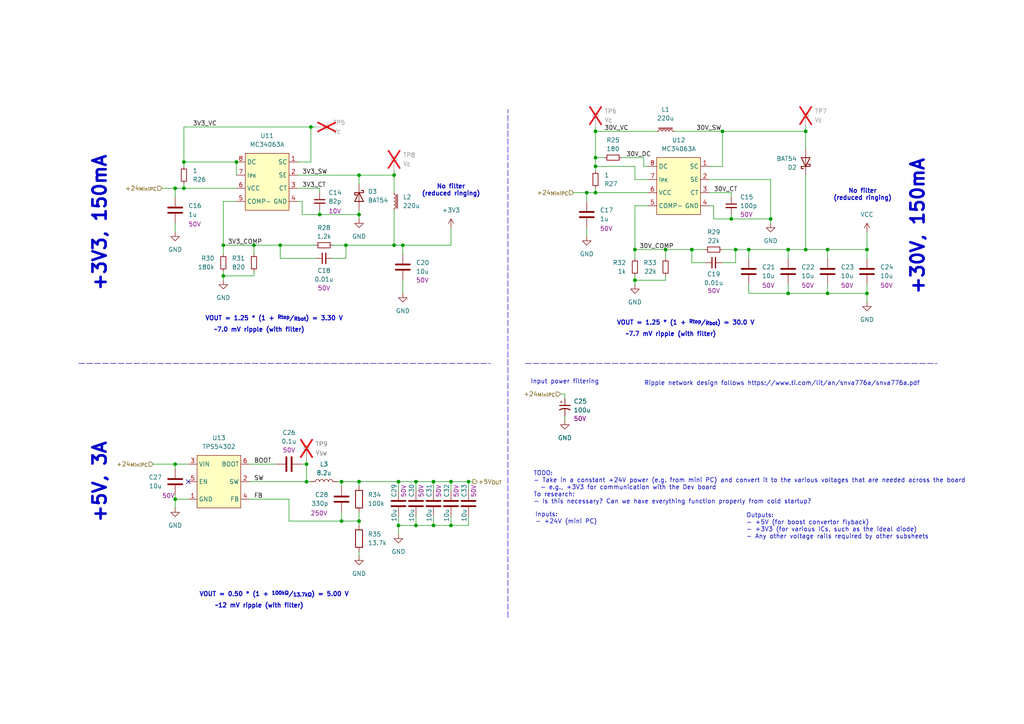
<source format=kicad_sch>
(kicad_sch (version 20250114) (generator "eeschema") (generator_version "9.0")
  (paper "A4")
  (title_block (title "Housekeeping Power Supplies") (date "2025-02-12") (rev "1") (company "UT Robomaster") (comment 1 "Robomaster"))
  (lib_symbols
    (symbol "! Robomaster ICs:MC34063A"
      (property "Reference" "U" (at 0 3.556 0))
      (property "Value" "MC34063A" (at 0 1.524 0))
      (symbol "MC34063A_1_1"
        (rectangle (start -6.35 0) (end 6.35 -16.51) (fill (type background)))
        (pin passive line (at -8.89 -2.54 0) (length 2.54) (name "DC") (number "8"))
        (pin input line (at -8.89 -6.35 0) (length 2.54) (name "I_{PK}") (number "7"))
        (pin power_in line (at -8.89 -10.16 0) (length 2.54) (name "VCC") (number "6"))
        (pin power_in line (at -8.89 -13.97 0) (length 2.54) (name "COMP-") (number "5"))
        (pin passive line (at 8.89 -2.54 180) (length 2.54) (name "SC") (number "1"))
        (pin passive line (at 8.89 -6.35 180) (length 2.54) (name "SE") (number "2"))
        (pin passive line (at 8.89 -10.16 180) (length 2.54) (name "CT") (number "3"))
        (pin power_in line (at 8.89 -13.97 180) (length 2.54) (name "GND") (number "4"))
      )
    )
    (symbol "! Robomaster ICs:TPS54302"
      (property "Reference" "U" (at 0 5.334 0))
      (property "Value" "TPS54302" (at 0 3.048 0))
      (symbol "TPS54302_1_1"
        (rectangle (start -6.35 -1.27) (end 6.35 -16.51) (fill (type background)))
        (pin power_in line (at -8.89 -3.81 0) (length 2.54) (name "VIN") (number "3"))
        (pin input line (at -8.89 -8.89 0) (length 2.54) (name "EN") (number "5"))
        (pin power_in line (at -8.89 -13.97 0) (length 2.54) (name "GND") (number "1"))
        (pin output line (at 8.89 -3.81 180) (length 2.54) (name "BOOT") (number "6"))
        (pin power_out line (at 8.89 -8.89 180) (length 2.54) (name "SW") (number "2"))
        (pin input line (at 8.89 -13.97 180) (length 2.54) (name "FB") (number "4"))
      )
    )
    (symbol "Connector:TestPoint" (pin_numbers (hide yes)) (pin_names (offset 0.762) (hide yes))
      (property "Reference" "TP" (at 0 6.858 0))
      (property "Value" "TestPoint" (at 0 5.08 0))
      (symbol "TestPoint_0_1"
        (circle (center 0 3.302) (radius 0.762))
      )
      (symbol "TestPoint_1_1"
        (pin passive line (at 0 0 90) (length 2.54) (name "1") (number "1"))
      )
    )
    (symbol "Device:C" (pin_numbers (hide yes)) (pin_names (offset 0.254))
      (property "Reference" "C" (at 0.635 2.54 0))
      (property "Value" "C" (at 0.635 -2.54 0))
      (symbol "C_0_1"
        (polyline (pts (xy -2.032 0.762) (xy 2.032 0.762)) (stroke (width 0.508)))
        (polyline (pts (xy -2.032 -0.762) (xy 2.032 -0.762)) (stroke (width 0.508)))
      )
      (symbol "C_1_1"
        (pin passive line (at 0 3.81 270) (length 2.794) (name "~") (number "1"))
        (pin passive line (at 0 -3.81 90) (length 2.794) (name "~") (number "2"))
      )
    )
    (symbol "Device:C_Polarized_Small_US" (pin_numbers (hide yes)) (pin_names (offset 0.254) (hide yes))
      (property "Reference" "C" (at 0.254 1.778 0))
      (property "Value" "C_Polarized_Small_US" (at 0.254 -2.032 0))
      (symbol "C_Polarized_Small_US_0_1"
        (polyline (pts (xy -1.524 0.508) (xy 1.524 0.508)) (stroke (width 0.3048)))
        (polyline (pts (xy -1.27 1.524) (xy -0.762 1.524)))
        (polyline (pts (xy -1.016 1.27) (xy -1.016 1.778)))
        (arc (start -1.524 -0.762) (mid 0 -0.3734) (end 1.524 -0.762) (stroke (width 0.3048)))
      )
      (symbol "C_Polarized_Small_US_1_1"
        (pin passive line (at 0 2.54 270) (length 2.032) (name "~") (number "1"))
        (pin passive line (at 0 -2.54 90) (length 2.032) (name "~") (number "2"))
      )
    )
    (symbol "Device:C_Small" (pin_numbers (hide yes)) (pin_names (offset 0.254) (hide yes))
      (property "Reference" "C" (at 0.254 1.778 0))
      (property "Value" "C_Small" (at 0.254 -2.032 0))
      (symbol "C_Small_0_1"
        (polyline (pts (xy -1.524 0.508) (xy 1.524 0.508)) (stroke (width 0.3048)))
        (polyline (pts (xy -1.524 -0.508) (xy 1.524 -0.508)) (stroke (width 0.3302)))
      )
      (symbol "C_Small_1_1"
        (pin passive line (at 0 2.54 270) (length 2.032) (name "~") (number "1"))
        (pin passive line (at 0 -2.54 90) (length 2.032) (name "~") (number "2"))
      )
    )
    (symbol "Device:D_Schottky" (pin_numbers (hide yes)) (pin_names (offset 1.016) (hide yes))
      (property "Reference" "D6" (at -0.3175 6.35 0))
      (property "Value" "BAT54" (at -0.3175 3.81 0))
      (symbol "D_Schottky_0_1"
        (polyline (pts (xy -1.905 0.635) (xy -1.905 1.27) (xy -1.27 1.27) (xy -1.27 -1.27) (xy -0.635 -1.27) (xy -0.635 -0.635)) (stroke (width 0.254)))
        (polyline (pts (xy 1.27 1.27) (xy 1.27 -1.27) (xy -1.27 0) (xy 1.27 1.27)) (stroke (width 0.254)))
        (polyline (pts (xy 1.27 0) (xy -1.27 0)))
      )
      (symbol "D_Schottky_1_1"
        (pin passive line (at -3.81 0 0) (length 2.54) (name "K") (number "3"))
        (pin passive line (at 3.81 0 180) (length 2.54) (name "A") (number "1"))
      )
    )
    (symbol "Device:L" (pin_numbers (hide yes)) (pin_names (offset 1.016) (hide yes))
      (property "Reference" "L" (at -1.27 0 90))
      (property "Value" "L" (at 1.905 0 90))
      (symbol "L_0_1"
        (arc (start 0 2.54) (mid 0.6323 1.905) (end 0 1.27))
        (arc (start 0 1.27) (mid 0.6323 0.635) (end 0 0))
        (arc (start 0 0) (mid 0.6323 -0.635) (end 0 -1.27))
        (arc (start 0 -1.27) (mid 0.6323 -1.905) (end 0 -2.54))
      )
      (symbol "L_1_1"
        (pin passive line (at 0 3.81 270) (length 1.27) (name "1") (number "1"))
        (pin passive line (at 0 -3.81 90) (length 1.27) (name "2") (number "2"))
      )
    )
    (symbol "Device:L_Iron_Small" (pin_numbers (hide yes)) (pin_names (offset 0.254) (hide yes))
      (property "Reference" "L" (at 1.27 1.016 0))
      (property "Value" "L_Iron_Small" (at 1.27 -1.27 0))
      (symbol "L_Iron_Small_0_1"
        (arc (start 0 2.032) (mid 0.5058 1.524) (end 0 1.016))
        (arc (start 0 1.016) (mid 0.5058 0.508) (end 0 0))
        (arc (start 0 0) (mid 0.5058 -0.508) (end 0 -1.016))
        (arc (start 0 -1.016) (mid 0.5058 -1.524) (end 0 -2.032))
        (polyline (pts (xy 0.762 2.032) (xy 0.762 -2.032)))
        (polyline (pts (xy 1.016 -2.032) (xy 1.016 2.032)))
      )
      (symbol "L_Iron_Small_1_1"
        (pin passive line (at 0 2.54 270) (length 0.508) (name "~") (number "1"))
        (pin passive line (at 0 -2.54 90) (length 0.508) (name "~") (number "2"))
      )
    )
    (symbol "Device:R" (pin_numbers (hide yes)) (pin_names (offset 0))
      (property "Reference" "R" (at 2.032 0 90))
      (property "Value" "R" (at 0 0 90))
      (symbol "R_0_1"
        (rectangle (start -1.016 -2.54) (end 1.016 2.54) (stroke (width 0.254)))
      )
      (symbol "R_1_1"
        (pin passive line (at 0 3.81 270) (length 1.27) (name "~") (number "1"))
        (pin passive line (at 0 -3.81 90) (length 1.27) (name "~") (number "2"))
      )
    )
    (symbol "Device:R_Small" (pin_numbers (hide yes)) (pin_names (offset 0.254) (hide yes))
      (property "Reference" "R" (at 0.762 0.508 0))
      (property "Value" "R_Small" (at 0.762 -1.016 0))
      (symbol "R_Small_0_1"
        (rectangle (start -0.762 1.778) (end 0.762 -1.778) (stroke (width 0.2032)))
      )
      (symbol "R_Small_1_1"
        (pin passive line (at 0 2.54 270) (length 0.762) (name "~") (number "1"))
        (pin passive line (at 0 -2.54 90) (length 0.762) (name "~") (number "2"))
      )
    )
    (symbol "power:+3V3" (power) (pin_numbers (hide yes)) (pin_names (offset 0) (hide yes))
      (property "Value" "+3V3" (at 0 3.556 0))
      (symbol "+3V3_0_1"
        (polyline (pts (xy -0.762 1.27) (xy 0 2.54)))
        (polyline (pts (xy 0 2.54) (xy 0.762 1.27)))
        (polyline (pts (xy 0 0) (xy 0 2.54)))
      )
      (symbol "+3V3_1_1"
        (pin power_in line (at 0 0 90) (length 0) (name "~") (number "1"))
      )
    )
    (symbol "power:GND" (power) (pin_numbers (hide yes)) (pin_names (offset 0) (hide yes))
      (property "Value" "GND" (at 0 -3.81 0))
      (symbol "GND_0_1"
        (polyline (pts (xy 0 0) (xy 0 -1.27) (xy 1.27 -1.27) (xy 0 -2.54) (xy -1.27 -1.27) (xy 0 -1.27)))
      )
      (symbol "GND_1_1"
        (pin power_in line (at 0 0 270) (length 0) (name "~") (number "1"))
      )
    )
    (symbol "power:VCC" (power) (pin_numbers (hide yes)) (pin_names (offset 0) (hide yes))
      (property "Value" "VCC" (at 0 3.556 0))
      (symbol "VCC_0_1"
        (polyline (pts (xy -0.762 1.27) (xy 0 2.54)))
        (polyline (pts (xy 0 2.54) (xy 0.762 1.27)))
        (polyline (pts (xy 0 0) (xy 0 2.54)))
      )
      (symbol "VCC_1_1"
        (pin power_in line (at 0 0 90) (length 0) (name "~") (number "1"))
      )
    )
  )
  (text "~12 mV ripple (with filter)" (at 75.184 175.768 0) (effects (font (size 1.27 1.27) (thickness 0.254) (bold yes))))
  (text "+5V, 3A" (at 26.67 139.954 90) (effects (font (size 3.81 3.81) (thickness 0.762) (bold yes)) (justify top)))
  (text "+3V3, 150mA" (at 26.67 64.77 90) (effects (font (size 3.81 3.81) (thickness 0.762) (bold yes)) (justify top)))
  (text "No filter\n(reduced ringing)" (at 250.19 56.515 0) (effects (font (size 1.27 1.27) (thickness 0.254) (bold yes))))
  (text "Outputs:\n- +5V (for boost convertor flyback)\n- +3V3 (for various ICs, such as the ideal diode)\n- Any other voltage rails required by other subsheets" (at 216.408 148.844 0) (effects (font (size 1.27 1.27)) (justify left top)))
  (text "VOUT = 1.25 * (1 + ^{Rtop}/_{Rbot}) = 30.0 V" (at 198.882 93.726 0) (effects (font (size 1.27 1.27) (thickness 0.254) (bold yes))))
  (text "Inputs:\n- +24V (mini PC)" (at 155.194 148.59 0) (effects (font (size 1.27 1.27)) (justify left top)))
  (text "~7.7 mV ripple (with filter)" (at 194.564 97.028 0) (effects (font (size 1.27 1.27) (thickness 0.254) (bold yes))))
  (text "TODO:\n- Take in a constant +24V power (e.g. from mini PC) and convert it to the various voltages that are needed across the board\n  - e.g., +3V3 for communication with the Dev board\nTo research:\n- Is this necessary? Can we have everything function properly from cold startup?" (at 154.686 136.652 0) (effects (font (size 1.27 1.27)) (justify left top)))
  (text "~7.0 mV ripple (with filter)" (at 75.184 95.758 0) (effects (font (size 1.27 1.27) (thickness 0.254) (bold yes))))
  (text "Ripple network design follows https://www.ti.com/lit/an/snva776a/snva776a.pdf" (at 226.822 111.252 0) (effects (font (size 1.27 1.27))))
  (text "Input power filtering" (at 163.83 111.506 0) (effects (font (size 1.27 1.27)) (justify bottom)))
  (text "VOUT = 1.25 * (1 + ^{Rtop}/_{Rbot}) = 3.30 V" (at 79.502 92.456 0) (effects (font (size 1.27 1.27) (thickness 0.254) (bold yes))))
  (text "No filter\n(reduced ringing)" (at 130.81 55.245 0) (effects (font (size 1.27 1.27) (thickness 0.254) (bold yes))))
  (text "VOUT = 0.50 * (1 + ^{100kΩ}/_{13.7kΩ}) = 5.00 V" (at 79.502 172.466 0) (effects (font (size 1.27 1.27) (thickness 0.254) (bold yes))))
  (text "+30V, 150mA" (at 263.906 65.786 90) (effects (font (size 3.81 3.81) (thickness 0.762) (bold yes)) (justify top)))
  (junction (at 251.46 85.09))
  (junction (at 200.66 72.39))
  (junction (at 172.72 45.72))
  (junction (at 114.3 50.8))
  (junction (at 193.04 72.39))
  (junction (at 213.36 72.39))
  (junction (at 53.34 46.99))
  (junction (at 170.18 55.88))
  (junction (at 125.73 152.4))
  (junction (at 81.28 71.12))
  (junction (at 135.89 139.7))
  (junction (at 115.57 139.7))
  (junction (at 130.81 139.7))
  (junction (at 114.3 71.12))
  (junction (at 64.77 71.12))
  (junction (at 184.15 81.28))
  (junction (at 212.09 63.5))
  (junction (at 115.57 152.4))
  (junction (at 104.14 62.23))
  (junction (at 209.55 38.1))
  (junction (at 50.8 144.78))
  (junction (at 184.15 72.39))
  (junction (at 104.14 50.8))
  (junction (at 130.81 152.4))
  (junction (at 99.06 139.7))
  (junction (at 217.17 72.39))
  (junction (at 223.52 63.5))
  (junction (at 50.8 54.61))
  (junction (at 172.72 38.1))
  (junction (at 104.14 139.7))
  (junction (at 240.03 85.09))
  (junction (at 172.72 48.26))
  (junction (at 88.9 134.62))
  (junction (at 240.03 72.39))
  (junction (at 233.68 72.39))
  (junction (at 233.68 38.1))
  (junction (at 228.6 72.39))
  (junction (at 68.58 46.99))
  (junction (at 88.9 139.7))
  (junction (at 73.66 71.12))
  (junction (at 100.33 71.12))
  (junction (at 228.6 85.09))
  (junction (at 120.65 139.7))
  (junction (at 53.34 54.61))
  (junction (at 92.71 62.23))
  (junction (at 125.73 139.7))
  (junction (at 99.06 151.13))
  (junction (at 64.77 80.01))
  (junction (at 90.17 36.83))
  (junction (at 104.14 151.13))
  (junction (at 116.84 71.12))
  (junction (at 120.65 152.4))
  (junction (at 50.8 134.62))
  (junction (at 172.72 55.88))
  (junction (at 251.46 72.39))
  (no_connect (at 54.61 139.7))
  (wire (pts (xy 170.18 55.88) (xy 172.72 55.88)))
  (wire (pts (xy 163.83 120.65) (xy 163.83 121.92)))
  (wire (pts (xy 212.09 57.15) (xy 212.09 55.88)))
  (wire (pts (xy 172.72 45.72) (xy 172.72 48.26)))
  (wire (pts (xy 100.33 71.12) (xy 114.3 71.12)))
  (polyline (pts (xy 22.86 105.41) (xy 142.24 105.41)) (stroke (width 0) (type dash)))
  (wire (pts (xy 114.3 55.88) (xy 114.3 50.8)))
  (wire (pts (xy 187.96 52.07) (xy 184.15 52.07)))
  (wire (pts (xy 200.66 76.2) (xy 200.66 72.39)))
  (wire (pts (xy 104.14 139.7) (xy 115.57 139.7)))
  (wire (pts (xy 99.06 139.7) (xy 99.06 140.97)))
  (wire (pts (xy 233.68 38.1) (xy 233.68 43.18)))
  (wire (pts (xy 170.18 55.88) (xy 170.18 58.42)))
  (wire (pts (xy 116.84 81.28) (xy 116.84 85.09)))
  (wire (pts (xy 217.17 72.39) (xy 217.17 74.93)))
  (wire (pts (xy 72.39 134.62) (xy 80.01 134.62)))
  (wire (pts (xy 172.72 38.1) (xy 172.72 45.72)))
  (wire (pts (xy 104.14 60.96) (xy 104.14 62.23)))
  (wire (pts (xy 205.74 52.07) (xy 223.52 52.07)))
  (wire (pts (xy 187.96 59.69) (xy 184.15 59.69)))
  (wire (pts (xy 162.56 114.3) (xy 163.83 114.3)))
  (wire (pts (xy 193.04 72.39) (xy 200.66 72.39)))
  (wire (pts (xy 114.3 71.12) (xy 116.84 71.12)))
  (wire (pts (xy 125.73 149.86) (xy 125.73 152.4)))
  (wire (pts (xy 99.06 148.59) (xy 99.06 151.13)))
  (wire (pts (xy 193.04 81.28) (xy 184.15 81.28)))
  (wire (pts (xy 213.36 72.39) (xy 213.36 76.2)))
  (wire (pts (xy 130.81 152.4) (xy 135.89 152.4)))
  (wire (pts (xy 209.55 38.1) (xy 233.68 38.1)))
  (wire (pts (xy 114.3 60.96) (xy 114.3 71.12)))
  (wire (pts (xy 135.89 142.24) (xy 135.89 139.7)))
  (wire (pts (xy 53.34 36.83) (xy 53.34 46.99)))
  (wire (pts (xy 104.14 160.02) (xy 104.14 161.29)))
  (wire (pts (xy 68.58 46.99) (xy 68.58 50.8)))
  (wire (pts (xy 184.15 80.01) (xy 184.15 81.28)))
  (wire (pts (xy 125.73 139.7) (xy 130.81 139.7)))
  (wire (pts (xy 130.81 139.7) (xy 135.89 139.7)))
  (wire (pts (xy 44.45 134.62) (xy 50.8 134.62)))
  (wire (pts (xy 50.8 144.78) (xy 54.61 144.78)))
  (wire (pts (xy 135.89 139.7) (xy 137.16 139.7)))
  (wire (pts (xy 205.74 48.26) (xy 209.55 48.26)))
  (wire (pts (xy 90.17 36.83) (xy 53.34 36.83)))
  (wire (pts (xy 116.84 71.12) (xy 116.84 73.66)))
  (wire (pts (xy 180.34 45.72) (xy 186.69 45.72)))
  (wire (pts (xy 193.04 72.39) (xy 193.04 74.93)))
  (wire (pts (xy 73.66 71.12) (xy 73.66 73.66)))
  (wire (pts (xy 228.6 82.55) (xy 228.6 85.09)))
  (wire (pts (xy 135.89 152.4) (xy 135.89 149.86)))
  (wire (pts (xy 115.57 149.86) (xy 115.57 152.4)))
  (wire (pts (xy 88.9 133.35) (xy 88.9 134.62)))
  (wire (pts (xy 205.74 59.69) (xy 207.01 59.69)))
  (wire (pts (xy 209.55 38.1) (xy 195.58 38.1)))
  (wire (pts (xy 50.8 144.78) (xy 50.8 147.32)))
  (wire (pts (xy 83.82 151.13) (xy 83.82 144.78)))
  (wire (pts (xy 228.6 72.39) (xy 228.6 74.93)))
  (wire (pts (xy 92.71 62.23) (xy 87.63 62.23)))
  (wire (pts (xy 130.81 71.12) (xy 130.81 66.04)))
  (wire (pts (xy 233.68 50.8) (xy 233.68 72.39)))
  (wire (pts (xy 228.6 72.39) (xy 233.68 72.39)))
  (wire (pts (xy 186.69 48.26) (xy 187.96 48.26)))
  (wire (pts (xy 240.03 85.09) (xy 251.46 85.09)))
  (wire (pts (xy 53.34 54.61) (xy 68.58 54.61)))
  (wire (pts (xy 92.71 54.61) (xy 86.36 54.61)))
  (wire (pts (xy 115.57 152.4) (xy 115.57 154.94)))
  (wire (pts (xy 91.44 74.93) (xy 81.28 74.93)))
  (wire (pts (xy 64.77 78.74) (xy 64.77 80.01)))
  (wire (pts (xy 184.15 48.26) (xy 172.72 48.26)))
  (wire (pts (xy 193.04 80.01) (xy 193.04 81.28)))
  (wire (pts (xy 212.09 63.5) (xy 207.01 63.5)))
  (wire (pts (xy 190.5 38.1) (xy 172.72 38.1)))
  (wire (pts (xy 233.68 36.83) (xy 233.68 38.1)))
  (wire (pts (xy 251.46 82.55) (xy 251.46 85.09)))
  (wire (pts (xy 73.66 78.74) (xy 73.66 80.01)))
  (wire (pts (xy 88.9 139.7) (xy 90.17 139.7)))
  (wire (pts (xy 172.72 48.26) (xy 172.72 49.53)))
  (wire (pts (xy 87.63 134.62) (xy 88.9 134.62)))
  (wire (pts (xy 100.33 71.12) (xy 100.33 74.93)))
  (wire (pts (xy 184.15 81.28) (xy 184.15 82.55)))
  (wire (pts (xy 240.03 82.55) (xy 240.03 85.09)))
  (wire (pts (xy 99.06 151.13) (xy 83.82 151.13)))
  (wire (pts (xy 184.15 59.69) (xy 184.15 72.39)))
  (wire (pts (xy 115.57 139.7) (xy 120.65 139.7)))
  (wire (pts (xy 50.8 54.61) (xy 53.34 54.61)))
  (wire (pts (xy 120.65 149.86) (xy 120.65 152.4)))
  (wire (pts (xy 114.3 49.53) (xy 114.3 50.8)))
  (wire (pts (xy 170.18 66.04) (xy 170.18 68.58)))
  (wire (pts (xy 213.36 72.39) (xy 217.17 72.39)))
  (wire (pts (xy 240.03 72.39) (xy 240.03 74.93)))
  (wire (pts (xy 72.39 144.78) (xy 83.82 144.78)))
  (wire (pts (xy 115.57 139.7) (xy 115.57 142.24)))
  (wire (pts (xy 251.46 72.39) (xy 251.46 74.93)))
  (wire (pts (xy 86.36 46.99) (xy 90.17 46.99)))
  (wire (pts (xy 96.52 71.12) (xy 100.33 71.12)))
  (wire (pts (xy 64.77 71.12) (xy 64.77 73.66)))
  (wire (pts (xy 213.36 76.2) (xy 209.55 76.2)))
  (wire (pts (xy 223.52 63.5) (xy 212.09 63.5)))
  (wire (pts (xy 120.65 152.4) (xy 125.73 152.4)))
  (wire (pts (xy 186.69 45.72) (xy 186.69 48.26)))
  (wire (pts (xy 81.28 74.93) (xy 81.28 71.12)))
  (wire (pts (xy 130.81 149.86) (xy 130.81 152.4)))
  (wire (pts (xy 251.46 85.09) (xy 251.46 87.63)))
  (wire (pts (xy 172.72 54.61) (xy 172.72 55.88)))
  (wire (pts (xy 46.99 54.61) (xy 50.8 54.61)))
  (wire (pts (xy 172.72 36.83) (xy 172.72 38.1)))
  (wire (pts (xy 53.34 53.34) (xy 53.34 54.61)))
  (wire (pts (xy 50.8 134.62) (xy 50.8 135.89)))
  (wire (pts (xy 104.14 148.59) (xy 104.14 151.13)))
  (wire (pts (xy 72.39 139.7) (xy 88.9 139.7)))
  (wire (pts (xy 223.52 63.5) (xy 223.52 64.77)))
  (wire (pts (xy 184.15 52.07) (xy 184.15 48.26)))
  (wire (pts (xy 50.8 134.62) (xy 54.61 134.62)))
  (wire (pts (xy 73.66 80.01) (xy 64.77 80.01)))
  (wire (pts (xy 209.55 72.39) (xy 213.36 72.39)))
  (wire (pts (xy 212.09 62.23) (xy 212.09 63.5)))
  (wire (pts (xy 86.36 58.42) (xy 87.63 58.42)))
  (wire (pts (xy 104.14 139.7) (xy 104.14 140.97)))
  (wire (pts (xy 217.17 85.09) (xy 228.6 85.09)))
  (wire (pts (xy 120.65 139.7) (xy 120.65 142.24)))
  (wire (pts (xy 209.55 38.1) (xy 209.55 48.26)))
  (wire (pts (xy 125.73 139.7) (xy 125.73 142.24)))
  (wire (pts (xy 64.77 58.42) (xy 64.77 71.12)))
  (wire (pts (xy 204.47 76.2) (xy 200.66 76.2)))
  (wire (pts (xy 99.06 151.13) (xy 104.14 151.13)))
  (wire (pts (xy 50.8 143.51) (xy 50.8 144.78)))
  (wire (pts (xy 184.15 72.39) (xy 193.04 72.39)))
  (wire (pts (xy 64.77 71.12) (xy 73.66 71.12)))
  (wire (pts (xy 92.71 55.88) (xy 92.71 54.61)))
  (wire (pts (xy 100.33 74.93) (xy 96.52 74.93)))
  (wire (pts (xy 104.14 50.8) (xy 104.14 53.34)))
  (wire (pts (xy 184.15 72.39) (xy 184.15 74.93)))
  (wire (pts (xy 53.34 46.99) (xy 53.34 48.26)))
  (wire (pts (xy 104.14 50.8) (xy 114.3 50.8)))
  (wire (pts (xy 217.17 72.39) (xy 228.6 72.39)))
  (wire (pts (xy 120.65 139.7) (xy 125.73 139.7)))
  (polyline (pts (xy 147.32 179.07) (xy 147.32 31.75)) (stroke (width 0) (type dash)))
  (wire (pts (xy 251.46 72.39) (xy 251.46 67.31)))
  (wire (pts (xy 233.68 72.39) (xy 240.03 72.39)))
  (wire (pts (xy 240.03 72.39) (xy 251.46 72.39)))
  (wire (pts (xy 172.72 45.72) (xy 175.26 45.72)))
  (wire (pts (xy 64.77 80.01) (xy 64.77 81.28)))
  (wire (pts (xy 217.17 85.09) (xy 217.17 82.55)))
  (wire (pts (xy 68.58 58.42) (xy 64.77 58.42)))
  (wire (pts (xy 125.73 152.4) (xy 130.81 152.4)))
  (wire (pts (xy 92.71 60.96) (xy 92.71 62.23)))
  (wire (pts (xy 88.9 134.62) (xy 88.9 139.7)))
  (wire (pts (xy 104.14 50.8) (xy 86.36 50.8)))
  (wire (pts (xy 99.06 139.7) (xy 104.14 139.7)))
  (wire (pts (xy 50.8 64.77) (xy 50.8 67.31)))
  (wire (pts (xy 73.66 71.12) (xy 81.28 71.12)))
  (polyline (pts (xy 152.4 105.41) (xy 271.78 105.41)) (stroke (width 0) (type dash)))
  (wire (pts (xy 172.72 55.88) (xy 187.96 55.88)))
  (wire (pts (xy 130.81 139.7) (xy 130.81 142.24)))
  (wire (pts (xy 104.14 62.23) (xy 104.14 63.5)))
  (wire (pts (xy 163.83 114.3) (xy 163.83 115.57)))
  (wire (pts (xy 53.34 46.99) (xy 68.58 46.99)))
  (wire (pts (xy 212.09 55.88) (xy 205.74 55.88)))
  (wire (pts (xy 90.17 36.83) (xy 90.17 46.99)))
  (wire (pts (xy 91.44 36.83) (xy 90.17 36.83)))
  (wire (pts (xy 104.14 151.13) (xy 104.14 152.4)))
  (wire (pts (xy 200.66 72.39) (xy 204.47 72.39)))
  (wire (pts (xy 116.84 71.12) (xy 130.81 71.12)))
  (wire (pts (xy 104.14 62.23) (xy 92.71 62.23)))
  (wire (pts (xy 97.79 139.7) (xy 99.06 139.7)))
  (wire (pts (xy 50.8 54.61) (xy 50.8 57.15)))
  (wire (pts (xy 115.57 152.4) (xy 120.65 152.4)))
  (wire (pts (xy 223.52 52.07) (xy 223.52 63.5)))
  (wire (pts (xy 81.28 71.12) (xy 91.44 71.12)))
  (wire (pts (xy 207.01 59.69) (xy 207.01 63.5)))
  (wire (pts (xy 87.63 58.42) (xy 87.63 62.23)))
  (wire (pts (xy 166.37 55.88) (xy 170.18 55.88)))
  (wire (pts (xy 228.6 85.09) (xy 240.03 85.09)))
  (label "30V_DC" (at 181.61 45.72 0))
  (label "3V3_COMP" (at 66.04 71.12 0))
  (label "3V3_CT" (at 87.63 54.61 0))
  (label "SW" (at 73.66 139.7 0))
  (label "30V_SW" (at 201.93 38.1 0))
  (label "FB" (at 73.66 144.78 0))
  (label "30V_VC" (at 175.26 38.1 0))
  (label "30V_COMP" (at 185.42 72.39 0))
  (label "30V_CT" (at 207.01 55.88 0))
  (label "3V3_SW" (at 87.63 50.8 0))
  (label "BOOT" (at 73.66 134.62 0))
  (label "3V3_VC" (at 55.88 36.83 0))
  (hierarchical_label "+5V_{OUT}" (shape output) (at 137.16 139.7 0))
  (hierarchical_label "+24_{MiniPC}" (shape input) (at 44.45 134.62 180))
  (hierarchical_label "+24_{MiniPC}" (shape input) (at 46.99 54.61 180))
  (hierarchical_label "+24_{MiniPC}" (shape input) (at 166.37 55.88 180))
  (hierarchical_label "+24_{MiniPC}" (shape input) (at 162.56 114.3 180))
  (symbol (lib_id "power:GND") (at 104.14 161.29 0) (unit 1)
    (property "Reference" "#PWR093" (effects (hide yes)))
    (property "Value" "GND" (at 104.14 166.37 0))
    (property "Description" "Power symbol creates a global label with name \"GND\" , ground" (effects (hide yes)))
  )
  (symbol (lib_id "power:+3V3") (at 130.81 66.04 0) (unit 1)
    (property "Reference" "#PWR082" (effects (hide yes)))
    (property "Value" "+3V3" (at 130.81 60.96 0))
    (property "Description" "Power symbol creates a global label with name \"+3V3\"" (effects (hide yes)))
  )
  (symbol (lib_id "Device:R_Small") (at 93.98 71.12 90) (unit 1)
    (property "Reference" "R28" (at 93.98 66.04 90))
    (property "Value" "1.2k" (at 93.98 68.58 90))
    (property "Footprint" "Resistor_SMD:R_0603_1608Metric_Pad0.98x0.95mm_HandSolder" (effects (hide yes)))
    (property "Datasheet" "https://www.mouser.com/datasheet/2/447/PYu_RT_1_to_0_01_RoHS_L_15-3461507.pdf" (effects (hide yes)))
    (property "Description" "Resistor, small symbol" (effects (hide yes)))
    (property "Mouser Part Number" "603-RT0603DRD071K2L" (effects (hide yes)))
  )
  (symbol (lib_id "Device:C") (at 240.03 78.74 0) (unit 1)
    (property "Reference" "C23" (at 243.84 77.4699 0) (effects (justify left)))
    (property "Value" "10u" (at 243.84 80.0099 0) (effects (justify left)))
    (property "Footprint" "Capacitor_SMD:C_1206_3216Metric_Pad1.33x1.80mm_HandSolder" (effects (hide yes)))
    (property "Datasheet" "https://www.mouser.com/datasheet/2/585/MLCC-1837944.pdf" (effects (hide yes)))
    (property "Description" "Unpolarized capacitor" (effects (hide yes)))
    (property "Mouser Part Number" "187-CL31A106KBHNNNE" (effects (hide yes)))
    (property "Voltage Rating" "50V" (at 243.84 82.804 0) (effects (justify left)))
  )
  (symbol (lib_id "Device:D_Schottky") (at 233.68 46.99 90) (unit 1)
    (property "Reference" "D2" (at 231.14 48.5776 90) (effects (justify left)))
    (property "Value" "BAT54" (at 231.14 46.0376 90) (effects (justify left)))
    (property "Footprint" "Package_TO_SOT_SMD:SOT-23_Handsoldering" (effects (hide yes)))
    (property "Datasheet" "https://www.mouser.com/datasheet/2/1057/BAT54_SERIES-1868856.pdf" (effects (hide yes)))
    (property "Description" "Schottky diode" (effects (hide yes)))
    (property "Mouser Part Number" "241-BAT54_R1_00001" (effects (hide yes)))
  )
  (symbol (lib_id "power:GND") (at 184.15 82.55 0) (unit 1)
    (property "Reference" "#PWR087" (effects (hide yes)))
    (property "Value" "GND" (at 184.15 87.63 0))
    (property "Description" "Power symbol creates a global label with name \"GND\" , ground" (effects (hide yes)))
  )
  (symbol (lib_id "Device:L") (at 93.98 139.7 90) (unit 1)
    (property "Reference" "L3" (at 93.98 134.62 90))
    (property "Value" "8.2u" (at 93.98 137.16 90))
    (property "Footprint" "Inductor_SMD:L_10.4x10.4_H4.8" (effects (hide yes)))
    (property "Datasheet" "https://www.mouser.com/datasheet/2/87/eaton_dr1050_shielded_power_inductors_data_sheet-1608442.pdf" (effects (hide yes)))
    (property "Description" "Inductor" (effects (hide yes)))
    (property "Mouser Part Number" "704-DR1050-8R2-R" (effects (hide yes)))
  )
  (symbol (lib_id "power:GND") (at 116.84 85.09 0) (unit 1)
    (property "Reference" "#PWR088" (effects (hide yes)))
    (property "Value" "GND" (at 116.84 90.17 0))
    (property "Description" "Power symbol creates a global label with name \"GND\" , ground" (effects (hide yes)))
  )
  (symbol (lib_id "Device:C") (at 251.46 78.74 0) (unit 1)
    (property "Reference" "C24" (at 255.27 77.4699 0) (effects (justify left)))
    (property "Value" "10u" (at 255.27 80.0099 0) (effects (justify left)))
    (property "Footprint" "Capacitor_SMD:C_1206_3216Metric_Pad1.33x1.80mm_HandSolder" (effects (hide yes)))
    (property "Datasheet" "https://www.mouser.com/datasheet/2/585/MLCC-1837944.pdf" (effects (hide yes)))
    (property "Description" "Unpolarized capacitor" (effects (hide yes)))
    (property "Mouser Part Number" "187-CL31A106KBHNNNE" (effects (hide yes)))
    (property "Voltage Rating" "50V" (at 255.27 82.804 0) (effects (justify left)))
  )
  (symbol (lib_id "Connector:TestPoint") (at 233.68 36.83 0) (unit 1) (dnp yes)
    (property "Reference" "TP7" (at 236.22 32.2579 0) (effects (justify left)))
    (property "Value" "V_{E}" (at 236.22 34.7979 0) (effects (justify left)))
    (property "Footprint" "TestPoint:TestPoint_Bridge_Pitch2.0mm_Drill0.7mm" (effects (hide yes)))
    (property "Description" "test point" (effects (hide yes)))
  )
  (symbol (lib_id "Device:R") (at 104.14 156.21 0) (unit 1)
    (property "Reference" "R35" (at 106.68 154.9399 0) (effects (justify left)))
    (property "Value" "13.7k" (at 106.68 157.4799 0) (effects (justify left)))
    (property "Footprint" "Resistor_SMD:R_0603_1608Metric_Pad0.98x0.95mm_HandSolder" (effects (hide yes)))
    (property "Description" "Resistor" (effects (hide yes)))
    (property "Mouser Part Number" "603-AC0603FR-0713K7L" (effects (hide yes)))
  )
  (symbol (lib_id "Device:R_Small") (at 53.34 50.8 0) (mirror x) (unit 1)
    (property "Reference" "R26" (at 55.88 52.0701 0) (effects (justify left)))
    (property "Value" "1" (at 55.88 49.5301 0) (effects (justify left)))
    (property "Footprint" "Resistor_SMD:R_0603_1608Metric_Pad0.98x0.95mm_HandSolder" (effects (hide yes)))
    (property "Datasheet" "https://industrial.panasonic.com/cdbs/www-data/pdf/RDN0000/AOA0000C313.pdf" (effects (hide yes)))
    (property "Description" "Resistor, small symbol" (effects (hide yes)))
    (property "Mouser Part Number" "652-CR0603-F/1R00ELF" (effects (hide yes)))
  )
  (symbol (lib_id "Device:C") (at 135.89 146.05 0) (unit 1)
    (property "Reference" "C33" (at 134.62 144.272 90) (effects (justify left)))
    (property "Value" "10u" (at 134.62 147.574 90) (effects (justify right)))
    (property "Footprint" "Capacitor_SMD:C_1206_3216Metric_Pad1.33x1.80mm_HandSolder" (effects (hide yes)))
    (property "Datasheet" "https://www.mouser.com/datasheet/2/585/MLCC-1837944.pdf" (effects (hide yes)))
    (property "Description" "Unpolarized capacitor" (effects (hide yes)))
    (property "Mouser Part Number" "187-CL31A106KBHNNNE" (effects (hide yes)))
    (property "Voltage Rating" "50V" (at 137.414 144.272 90) (effects (justify left)))
  )
  (symbol (lib_id "Connector:TestPoint") (at 172.72 36.83 0) (unit 1) (dnp yes)
    (property "Reference" "TP6" (at 175.26 32.2579 0) (effects (justify left)))
    (property "Value" "V_{C}" (at 175.26 34.7979 0) (effects (justify left)))
    (property "Footprint" "TestPoint:TestPoint_Bridge_Pitch2.0mm_Drill0.7mm" (effects (hide yes)))
    (property "Description" "test point" (effects (hide yes)))
  )
  (symbol (lib_id "Device:C_Polarized_Small_US") (at 163.83 118.11 0) (unit 1)
    (property "Reference" "C25" (at 166.37 116.4081 0) (effects (justify left)))
    (property "Value" "100u" (at 166.37 118.9481 0) (effects (justify left)))
    (property "Footprint" "Capacitor_THT:CP_Radial_D8.0mm_P3.50mm" (effects (hide yes)))
    (property "Datasheet" "https://www.we-online.com/components/products/datasheet/860010674014.pdf" (effects (hide yes)))
    (property "Description" "Polarized capacitor, small US symbol" (effects (hide yes)))
    (property "Mouser Part Number" "710-860010674014" (effects (hide yes)))
    (property "Voltage Rating" "50V" (at 166.37 121.412 0) (effects (justify left)))
  )
  (symbol (lib_id "power:GND") (at 50.8 147.32 0) (unit 1)
    (property "Reference" "#PWR091" (effects (hide yes)))
    (property "Value" "GND" (at 50.8 152.4 0))
    (property "Description" "Power symbol creates a global label with name \"GND\" , ground" (effects (hide yes)))
  )
  (symbol (lib_id "Device:C") (at 130.81 146.05 0) (unit 1)
    (property "Reference" "C32" (at 129.54 144.272 90) (effects (justify left)))
    (property "Value" "10u" (at 129.54 147.574 90) (effects (justify right)))
    (property "Footprint" "Capacitor_SMD:C_1206_3216Metric_Pad1.33x1.80mm_HandSolder" (effects (hide yes)))
    (property "Datasheet" "https://www.mouser.com/datasheet/2/585/MLCC-1837944.pdf" (effects (hide yes)))
    (property "Description" "Unpolarized capacitor" (effects (hide yes)))
    (property "Mouser Part Number" "187-CL31A106KBHNNNE" (effects (hide yes)))
    (property "Voltage Rating" "50V" (at 132.334 144.272 90) (effects (justify left)))
  )
  (symbol (lib_id "Device:C_Small") (at 207.01 76.2 90) (mirror x) (unit 1)
    (property "Reference" "C19" (at 207.01 79.502 90))
    (property "Value" "0.01u" (at 207.01 82.042 90))
    (property "Footprint" "Capacitor_SMD:C_0603_1608Metric_Pad1.08x0.95mm_HandSolder" (effects (hide yes)))
    (property "Description" "Unpolarized capacitor, small symbol" (effects (hide yes)))
    (property "Mouser Part Number" "187-CL10B103KC8NNNC" (effects (hide yes)))
    (property "Voltage Rating" "50V" (at 207.0163 84.328 90))
  )
  (symbol (lib_id "power:GND") (at 223.52 64.77 0) (unit 1)
    (property "Reference" "#PWR081" (effects (hide yes)))
    (property "Value" "GND" (at 223.52 69.85 0))
    (property "Description" "Power symbol creates a global label with name \"GND\" , ground" (effects (hide yes)))
  )
  (symbol (lib_id "Device:R") (at 104.14 144.78 0) (unit 1)
    (property "Reference" "R34" (at 106.68 143.5099 0) (effects (justify left)))
    (property "Value" "100k" (at 106.68 146.0499 0) (effects (justify left)))
    (property "Footprint" "Resistor_SMD:R_0603_1608Metric_Pad0.98x0.95mm_HandSolder" (effects (hide yes)))
    (property "Description" "Resistor" (effects (hide yes)))
    (property "Mouser Part Number" "660-RN73H1JTD1003D25" (effects (hide yes)))
  )
  (symbol (lib_id "! Robomaster ICs:MC34063A") (at 196.85 45.72 0) (unit 1)
    (property "Reference" "U12" (at 196.85 40.64 0))
    (property "Value" "MC34063A" (at 196.85 43.18 0))
    (property "Footprint" "Package_SO:SOIC-8_3.9x4.9mm_P1.27mm" (effects (hide yes)))
    (property "Datasheet" "https://www.ti.com/lit/gpn/mc34063a" (effects (hide yes)))
    (property "Description" "1.5-A boost, buck, inverting switching regulator, operation from 0°C to 70°C" (effects (hide yes)))
    (property "Mouser Part Number" "595-MC34063ADR" (effects (hide yes)))
  )
  (symbol (lib_id "Connector:TestPoint") (at 91.44 36.83 270) (unit 1) (dnp yes)
    (property "Reference" "TP5" (at 96.52 35.5599 90) (effects (justify left)))
    (property "Value" "V_{C}" (at 96.52 38.0999 90) (effects (justify left)))
    (property "Footprint" "TestPoint:TestPoint_Bridge_Pitch2.0mm_Drill0.7mm" (effects (hide yes)))
    (property "Description" "test point" (effects (hide yes)))
  )
  (symbol (lib_id "Device:R_Small") (at 207.01 72.39 90) (unit 1)
    (property "Reference" "R29" (at 207.01 67.31 90))
    (property "Value" "22k" (at 207.01 69.85 90))
    (property "Footprint" "Resistor_SMD:R_0603_1608Metric_Pad0.98x0.95mm_HandSolder" (effects (hide yes)))
    (property "Description" "Resistor, small symbol" (effects (hide yes)))
    (property "Mouser Part Number" "71-CRCW0603-22K-E3" (effects (hide yes)))
  )
  (symbol (lib_id "Device:D_Schottky") (at 104.14 57.15 270) (unit 1)
    (property "Reference" "D3" (at 106.68 55.5624 90) (effects (justify left)))
    (property "Value" "BAT54" (at 106.68 58.1024 90) (effects (justify left)))
    (property "Footprint" "Package_TO_SOT_SMD:SOT-23_Handsoldering" (effects (hide yes)))
    (property "Datasheet" "https://www.mouser.com/datasheet/2/1057/BAT54_SERIES-1868856.pdf" (effects (hide yes)))
    (property "Description" "Schottky diode" (effects (hide yes)))
    (property "Mouser Part Number" "241-BAT54_R1_00001" (effects (hide yes)))
  )
  (symbol (lib_id "power:GND") (at 251.46 87.63 0) (unit 1)
    (property "Reference" "#PWR089" (effects (hide yes)))
    (property "Value" "GND" (at 251.46 92.71 0))
    (property "Description" "Power symbol creates a global label with name \"GND\" , ground" (effects (hide yes)))
  )
  (symbol (lib_id "power:GND") (at 115.57 154.94 0) (unit 1)
    (property "Reference" "#PWR092" (effects (hide yes)))
    (property "Value" "GND" (at 115.57 160.02 0))
    (property "Description" "Power symbol creates a global label with name \"GND\" , ground" (effects (hide yes)))
  )
  (symbol (lib_id "Device:C_Small") (at 92.71 58.42 0) (unit 1)
    (property "Reference" "C14" (at 95.25 55.88 0) (effects (justify left)))
    (property "Value" "82p" (at 95.25 58.42 0) (effects (justify left)))
    (property "Footprint" "Capacitor_SMD:C_0603_1608Metric_Pad1.08x0.95mm_HandSolder" (effects (hide yes)))
    (property "Description" "Unpolarized capacitor, small symbol" (effects (hide yes)))
    (property "Mouser Part Number" "791-0603N820J100CT" (effects (hide yes)))
    (property "Voltage Rating" "10V" (at 95.25 61.2078 0) (effects (justify left)))
  )
  (symbol (lib_id "Device:C") (at 115.57 146.05 0) (unit 1)
    (property "Reference" "C29" (at 114.3 144.272 90) (effects (justify left)))
    (property "Value" "10u" (at 114.3 147.574 90) (effects (justify right)))
    (property "Footprint" "Capacitor_SMD:C_1206_3216Metric_Pad1.33x1.80mm_HandSolder" (effects (hide yes)))
    (property "Datasheet" "https://www.mouser.com/datasheet/2/585/MLCC-1837944.pdf" (effects (hide yes)))
    (property "Description" "Unpolarized capacitor" (effects (hide yes)))
    (property "Mouser Part Number" "187-CL31A106KBHNNNE" (effects (hide yes)))
    (property "Voltage Rating" "50V" (at 117.094 144.272 90) (effects (justify left)))
  )
  (symbol (lib_id "power:GND") (at 170.18 68.58 0) (unit 1)
    (property "Reference" "#PWR085" (effects (hide yes)))
    (property "Value" "GND" (at 170.18 73.66 0))
    (property "Description" "Power symbol creates a global label with name \"GND\" , ground" (effects (hide yes)))
  )
  (symbol (lib_id "power:GND") (at 163.83 121.92 0) (unit 1)
    (property "Reference" "#PWR090" (effects (hide yes)))
    (property "Value" "GND" (at 163.83 127 0))
    (property "Description" "Power symbol creates a global label with name \"GND\" , ground" (effects (hide yes)))
  )
  (symbol (lib_id "Device:R_Small") (at 177.8 45.72 90) (unit 1)
    (property "Reference" "R25" (at 177.8 40.64 90))
    (property "Value" "180" (at 177.8 43.18 90))
    (property "Footprint" "Resistor_SMD:R_0805_2012Metric_Pad1.20x1.40mm_HandSolder" (effects (hide yes)))
    (property "Datasheet" "https://www.mouser.com/datasheet/2/447/PYu_RT_1_to_0_01_RoHS_L_15-3461507.pdf" (effects (hide yes)))
    (property "Description" "Resistor, small symbol" (effects (hide yes)))
    (property "Mouser Part Number" "667-ERJ-P06J181V" (effects (hide yes)))
  )
  (symbol (lib_id "power:GND") (at 104.14 63.5 0) (unit 1)
    (property "Reference" "#PWR080" (effects (hide yes)))
    (property "Value" "GND" (at 104.14 68.58 0))
    (property "Description" "Power symbol creates a global label with name \"GND\" , ground" (effects (hide yes)))
  )
  (symbol (lib_id "Device:R_Small") (at 73.66 76.2 0) (mirror y) (unit 1)
    (property "Reference" "R31" (at 71.12 74.9299 0) (effects (justify left)))
    (property "Value" "820" (at 71.12 77.4699 0) (effects (justify left)))
    (property "Footprint" "Resistor_SMD:R_0603_1608Metric_Pad0.98x0.95mm_HandSolder" (effects (hide yes)))
    (property "Datasheet" "https://www.rohm.com/datasheet?p=ESR03EZPJ&dist=Mouser&media=referral&source=mouser.com&campaign=Mouser" (effects (hide yes)))
    (property "Description" "Resistor, small symbol" (effects (hide yes)))
    (property "Mouser Part Number" "667-ERA-3AEB821V" (effects (hide yes)))
  )
  (symbol (lib_id "Device:C") (at 217.17 78.74 0) (unit 1)
    (property "Reference" "C21" (at 220.98 77.4699 0) (effects (justify left)))
    (property "Value" "10u" (at 220.98 80.0099 0) (effects (justify left)))
    (property "Footprint" "Capacitor_SMD:C_1206_3216Metric_Pad1.33x1.80mm_HandSolder" (effects (hide yes)))
    (property "Datasheet" "https://www.mouser.com/datasheet/2/585/MLCC-1837944.pdf" (effects (hide yes)))
    (property "Description" "Unpolarized capacitor" (effects (hide yes)))
    (property "Mouser Part Number" "187-CL31A106KBHNNNE" (effects (hide yes)))
    (property "Voltage Rating" "50V" (at 220.98 82.804 0) (effects (justify left)))
  )
  (symbol (lib_id "Device:C") (at 228.6 78.74 0) (unit 1)
    (property "Reference" "C22" (at 232.41 77.4699 0) (effects (justify left)))
    (property "Value" "10u" (at 232.41 80.0099 0) (effects (justify left)))
    (property "Footprint" "Capacitor_SMD:C_1206_3216Metric_Pad1.33x1.80mm_HandSolder" (effects (hide yes)))
    (property "Datasheet" "https://www.mouser.com/datasheet/2/585/MLCC-1837944.pdf" (effects (hide yes)))
    (property "Description" "Unpolarized capacitor" (effects (hide yes)))
    (property "Mouser Part Number" "187-CL31A106KBHNNNE" (effects (hide yes)))
    (property "Voltage Rating" "50V" (at 232.41 82.804 0) (effects (justify left)))
  )
  (symbol (lib_id "Device:L_Iron_Small") (at 193.04 38.1 90) (unit 1)
    (property "Reference" "L1" (at 193.04 31.75 90))
    (property "Value" "220u" (at 193.04 34.29 90))
    (property "Footprint" "! Robomaster Passives:ASPIAIGS6055221MT" (effects (hide yes)))
    (property "Datasheet" "https://www.mouser.com/datasheet/2/3/ASPIAIG_S_series-1774797.pdf" (effects (hide yes)))
    (property "Description" "Inductor with iron core, small symbol" (effects (hide yes)))
    (property "Mouser Part Number" "815-ASPIAIGS6055221T" (effects (hide yes)))
  )
  (symbol (lib_id "power:GND") (at 64.77 81.28 0) (unit 1)
    (property "Reference" "#PWR086" (effects (hide yes)))
    (property "Value" "GND" (at 64.77 86.36 0))
    (property "Description" "Power symbol creates a global label with name \"GND\" , ground" (effects (hide yes)))
  )
  (symbol (lib_id "! Robomaster ICs:MC34063A") (at 77.47 44.45 0) (unit 1)
    (property "Reference" "U11" (at 77.47 39.37 0))
    (property "Value" "MC34063A" (at 77.47 41.91 0))
    (property "Footprint" "Package_SO:SOIC-8_3.9x4.9mm_P1.27mm" (effects (hide yes)))
    (property "Datasheet" "https://www.ti.com/lit/gpn/mc34063a" (effects (hide yes)))
    (property "Description" "1.5-A boost, buck, inverting switching regulator, operation from 0°C to 70°C" (effects (hide yes)))
    (property "Mouser Part Number" "595-MC34063ADR" (effects (hide yes)))
  )
  (symbol (lib_id "Device:R_Small") (at 172.72 52.07 0) (mirror x) (unit 1)
    (property "Reference" "R27" (at 175.26 53.3401 0) (effects (justify left)))
    (property "Value" "1" (at 175.26 50.8001 0) (effects (justify left)))
    (property "Footprint" "Resistor_SMD:R_0603_1608Metric_Pad0.98x0.95mm_HandSolder" (effects (hide yes)))
    (property "Datasheet" "https://industrial.panasonic.com/cdbs/www-data/pdf/RDN0000/AOA0000C313.pdf" (effects (hide yes)))
    (property "Description" "Resistor, small symbol" (effects (hide yes)))
    (property "Mouser Part Number" "652-CR0603-F/1R00ELF" (effects (hide yes)))
  )
  (symbol (lib_id "power:VCC") (at 251.46 67.31 0) (unit 1)
    (property "Reference" "#PWR084" (effects (hide yes)))
    (property "Value" "VCC" (at 251.46 62.23 0))
    (property "Description" "Power symbol creates a global label with name \"VCC\"" (effects (hide yes)))
  )
  (symbol (lib_id "Device:C") (at 50.8 139.7 0) (mirror y) (unit 1)
    (property "Reference" "C27" (at 46.99 138.4299 0) (effects (justify left)))
    (property "Value" "10u" (at 46.99 140.9699 0) (effects (justify left)))
    (property "Footprint" "Capacitor_SMD:C_1206_3216Metric_Pad1.33x1.80mm_HandSolder" (effects (hide yes)))
    (property "Datasheet" "https://www.mouser.com/datasheet/2/585/MLCC-1837944.pdf" (effects (hide yes)))
    (property "Description" "Unpolarized capacitor" (effects (hide yes)))
    (property "Mouser Part Number" "187-CL31A106KBHNNNE" (effects (hide yes)))
    (property "Voltage Rating" "50V" (at 46.99 143.764 0) (effects (justify right)))
  )
  (symbol (lib_id "Device:C") (at 116.84 77.47 0) (unit 1)
    (property "Reference" "C20" (at 120.65 76.1999 0) (effects (justify left)))
    (property "Value" "10u" (at 120.65 78.7399 0) (effects (justify left)))
    (property "Footprint" "Capacitor_SMD:C_1206_3216Metric_Pad1.33x1.80mm_HandSolder" (effects (hide yes)))
    (property "Datasheet" "https://www.mouser.com/datasheet/2/585/MLCC-1837944.pdf" (effects (hide yes)))
    (property "Description" "Unpolarized capacitor" (effects (hide yes)))
    (property "Mouser Part Number" "187-CL31A106KBHNNNE" (effects (hide yes)))
    (property "Voltage Rating" "50V" (at 120.65 81.28 0) (effects (justify left)))
  )
  (symbol (lib_id "Device:C") (at 99.06 144.78 0) (unit 1)
    (property "Reference" "C28" (at 95.25 143.5099 0) (effects (justify right)))
    (property "Value" "330p" (at 95.25 146.0499 0) (effects (justify right)))
    (property "Footprint" "Capacitor_SMD:C_0603_1608Metric_Pad1.08x0.95mm_HandSolder" (effects (hide yes)))
    (property "Description" "Unpolarized capacitor" (effects (hide yes)))
    (property "Mouser Part Number" "791-0805N331J251CT" (effects (hide yes)))
    (property "Voltage Rating" "250V" (at 94.996 148.844 0) (effects (justify right)))
  )
  (symbol (lib_id "Device:C") (at 170.18 62.23 0) (unit 1)
    (property "Reference" "C17" (at 173.99 60.9599 0) (effects (justify left)))
    (property "Value" "1u" (at 173.99 63.4999 0) (effects (justify left)))
    (property "Footprint" "Capacitor_SMD:C_0603_1608Metric_Pad1.08x0.95mm_HandSolder" (effects (hide yes)))
    (property "Datasheet" "https://www.mouser.com/datasheet/2/447/KEM_C1006_X5R_SMD-3316465.pdf" (effects (hide yes)))
    (property "Description" "Unpolarized capacitor" (effects (hide yes)))
    (property "Mouser Part Number" "963-UMK107BJ105KA-T" (effects (hide yes)))
    (property "Voltage Rating" "50V" (at 173.99 66.294 0) (effects (justify left)))
  )
  (symbol (lib_id "Device:C") (at 83.82 134.62 90) (mirror x) (unit 1)
    (property "Reference" "C26" (at 83.82 125.476 90))
    (property "Value" "0.1u" (at 83.82 128.016 90))
    (property "Footprint" "Capacitor_SMD:C_0603_1608Metric_Pad1.08x0.95mm_HandSolder" (effects (hide yes)))
    (property "Datasheet" "https://www.mouser.com/datasheet/2/40/KGM_X7R-3223212.pdf" (effects (hide yes)))
    (property "Description" "Unpolarized capacitor" (effects (hide yes)))
    (property "Mouser Part Number" "581-KGM15BR71H104JT" (effects (hide yes)))
    (property "Voltage Rating" "50V" (at 83.82 130.556 90))
  )
  (symbol (lib_id "Device:C") (at 125.73 146.05 0) (unit 1)
    (property "Reference" "C31" (at 124.46 144.272 90) (effects (justify left)))
    (property "Value" "10u" (at 124.46 147.574 90) (effects (justify right)))
    (property "Footprint" "Capacitor_SMD:C_1206_3216Metric_Pad1.33x1.80mm_HandSolder" (effects (hide yes)))
    (property "Datasheet" "https://www.mouser.com/datasheet/2/585/MLCC-1837944.pdf" (effects (hide yes)))
    (property "Description" "Unpolarized capacitor" (effects (hide yes)))
    (property "Mouser Part Number" "187-CL31A106KBHNNNE" (effects (hide yes)))
    (property "Voltage Rating" "50V" (at 127.254 144.272 90) (effects (justify left)))
  )
  (symbol (lib_id "Device:L_Iron_Small") (at 114.3 58.42 0) (unit 1)
    (property "Reference" "L2" (at 116.84 57.1499 0) (effects (justify left)))
    (property "Value" "220u" (at 116.84 59.6899 0) (effects (justify left)))
    (property "Footprint" "! Robomaster Passives:ASPIAIGS6055221MT" (effects (hide yes)))
    (property "Datasheet" "https://www.mouser.com/datasheet/2/3/ASPIAIG_S_series-1774797.pdf" (effects (hide yes)))
    (property "Description" "Inductor with iron core, small symbol" (effects (hide yes)))
    (property "Mouser Part Number" "815-ASPIAIGS6055221T" (effects (hide yes)))
  )
  (symbol (lib_id "! Robomaster ICs:TPS54302") (at 63.5 130.81 0) (unit 1)
    (property "Reference" "U13" (at 63.5 127 0))
    (property "Value" "TPS54302" (at 63.5 129.54 0))
    (property "Footprint" "Package_TO_SOT_SMD:SOT-23-6_Handsoldering" (effects (hide yes)))
    (property "Datasheet" "https://www.ti.com/lit/ds/symlink/tps54302.pdf" (effects (hide yes)))
    (property "Description" "4.5-V to 28-V Input, 3-A Output, EMI-Friendly Synchronous Step-Down Converter" (effects (hide yes)))
    (property "Mouser Part Number" "595-TPS54302DDCR" (effects (hide yes)))
  )
  (symbol (lib_id "Device:R_Small") (at 193.04 77.47 0) (mirror y) (unit 1)
    (property "Reference" "R33" (at 190.5 76.1999 0) (effects (justify left)))
    (property "Value" "22k" (at 190.5 78.7399 0) (effects (justify left)))
    (property "Footprint" "Resistor_SMD:R_0603_1608Metric_Pad0.98x0.95mm_HandSolder" (effects (hide yes)))
    (property "Description" "Resistor, small symbol" (effects (hide yes)))
    (property "Mouser Part Number" "71-CRCW0603-22K-E3" (effects (hide yes)))
  )
  (symbol (lib_id "power:GND") (at 50.8 67.31 0) (unit 1)
    (property "Reference" "#PWR083" (effects (hide yes)))
    (property "Value" "GND" (at 50.8 72.39 0))
    (property "Description" "Power symbol creates a global label with name \"GND\" , ground" (effects (hide yes)))
  )
  (symbol (lib_id "Device:R_Small") (at 64.77 76.2 0) (mirror y) (unit 1)
    (property "Reference" "R30" (at 62.23 74.9299 0) (effects (justify left)))
    (property "Value" "180k" (at 62.23 77.4699 0) (effects (justify left)))
    (property "Footprint" "Resistor_SMD:R_0603_1608Metric_Pad0.98x0.95mm_HandSolder" (effects (hide yes)))
    (property "Description" "Resistor, small symbol" (effects (hide yes)))
    (property "Mouser Part Number" "603-RT0603DRE07180KL" (effects (hide yes)))
  )
  (symbol (lib_id "Device:C") (at 120.65 146.05 0) (unit 1)
    (property "Reference" "C30" (at 119.38 144.272 90) (effects (justify left)))
    (property "Value" "10u" (at 119.38 147.574 90) (effects (justify right)))
    (property "Footprint" "Capacitor_SMD:C_1206_3216Metric_Pad1.33x1.80mm_HandSolder" (effects (hide yes)))
    (property "Datasheet" "https://www.mouser.com/datasheet/2/585/MLCC-1837944.pdf" (effects (hide yes)))
    (property "Description" "Unpolarized capacitor" (effects (hide yes)))
    (property "Mouser Part Number" "187-CL31A106KBHNNNE" (effects (hide yes)))
    (property "Voltage Rating" "50V" (at 122.174 144.272 90) (effects (justify left)))
  )
  (symbol (lib_id "Device:R_Small") (at 184.15 77.47 0) (mirror y) (unit 1)
    (property "Reference" "R32" (at 181.61 76.1999 0) (effects (justify left)))
    (property "Value" "1k" (at 181.61 78.7399 0) (effects (justify left)))
    (property "Footprint" "Resistor_SMD:R_0603_1608Metric_Pad0.98x0.95mm_HandSolder" (effects (hide yes)))
    (property "Datasheet" "https://www.rohm.com/datasheet?p=ESR03EZPJ&dist=Mouser&media=referral&source=mouser.com&campaign=Mouser" (effects (hide yes)))
    (property "Description" "Resistor, small symbol" (effects (hide yes)))
    (property "Mouser Part Number" "660-RN73R1JTD1001F50" (effects (hide yes)))
  )
  (symbol (lib_id "Device:C_Small") (at 93.98 74.93 90) (mirror x) (unit 1)
    (property "Reference" "C18" (at 93.98 78.486 90))
    (property "Value" "0.01u" (at 93.98 81.026 90))
    (property "Footprint" "Capacitor_SMD:C_0603_1608Metric_Pad1.08x0.95mm_HandSolder" (effects (hide yes)))
    (property "Description" "Unpolarized capacitor, small symbol" (effects (hide yes)))
    (property "Mouser Part Number" "187-CL10B103KC8NNNC" (effects (hide yes)))
    (property "Voltage Rating" "50V" (at 93.98 83.566 90))
  )
  (symbol (lib_id "Connector:TestPoint") (at 88.9 133.35 0) (unit 1) (dnp yes)
    (property "Reference" "TP9" (at 91.44 128.7779 0) (effects (justify left)))
    (property "Value" "V_{SW}" (at 91.44 131.3179 0) (effects (justify left)))
    (property "Footprint" "TestPoint:TestPoint_Bridge_Pitch2.0mm_Drill0.7mm" (effects (hide yes)))
    (property "Description" "test point" (effects (hide yes)))
  )
  (symbol (lib_id "Device:C") (at 50.8 60.96 0) (unit 1)
    (property "Reference" "C16" (at 54.61 59.6899 0) (effects (justify left)))
    (property "Value" "1u" (at 54.61 62.2299 0) (effects (justify left)))
    (property "Footprint" "Capacitor_SMD:C_0603_1608Metric_Pad1.08x0.95mm_HandSolder" (effects (hide yes)))
    (property "Datasheet" "https://www.mouser.com/datasheet/2/447/KEM_C1006_X5R_SMD-3316465.pdf" (effects (hide yes)))
    (property "Description" "Unpolarized capacitor" (effects (hide yes)))
    (property "Mouser Part Number" "963-UMK107BJ105KA-T" (effects (hide yes)))
    (property "Voltage Rating" "50V" (at 54.61 65.024 0) (effects (justify left)))
  )
  (symbol (lib_id "Device:C_Small") (at 212.09 59.69 0) (unit 1)
    (property "Reference" "C15" (at 214.63 57.15 0) (effects (justify left)))
    (property "Value" "100p" (at 214.63 59.69 0) (effects (justify left)))
    (property "Footprint" "Capacitor_SMD:C_0603_1608Metric_Pad1.08x0.95mm_HandSolder" (effects (hide yes)))
    (property "Description" "Unpolarized capacitor, small symbol" (effects (hide yes)))
    (property "Mouser Part Number" "77-VJ0603A101KXACBC" (effects (hide yes)))
    (property "Voltage Rating" "50V" (at 214.63 62.2238 0) (effects (justify left)))
  )
  (symbol (lib_id "Connector:TestPoint") (at 114.3 49.53 0) (unit 1) (dnp yes)
    (property "Reference" "TP8" (at 116.84 44.9579 0) (effects (justify left)))
    (property "Value" "V_{E}" (at 116.84 47.4979 0) (effects (justify left)))
    (property "Footprint" "TestPoint:TestPoint_Bridge_Pitch2.0mm_Drill0.7mm" (effects (hide yes)))
    (property "Description" "test point" (effects (hide yes)))
  )
)
</source>
